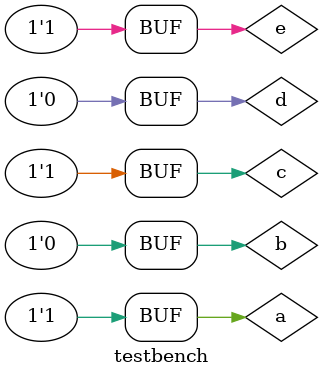
<source format=v>
`timescale 1ns / 1ps

module testbench;
    reg a,b,c,d,e;
    wire y;
    
    boolmodeling u0(a,b,c,d,e,y);

    initial begin
        a=0; b=1; c=0; d=1; e=0;
        #20 a=1; b=0; c=1; d=0; e=1;
        #20;
    end
endmodule

</source>
